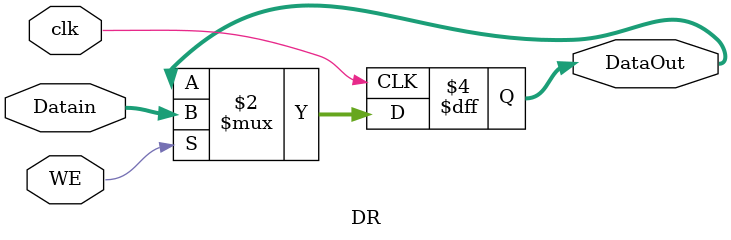
<source format=v>
`timescale 1ns / 1ps


module DR (
    input  wire [31:0] Datain,
    input  wire        clk,
    input  wire        WE,
    output reg  [31:0] DataOut
);
    always @(posedge clk) begin
        if (WE) begin
            DataOut <= Datain;
        end
    end
endmodule

</source>
